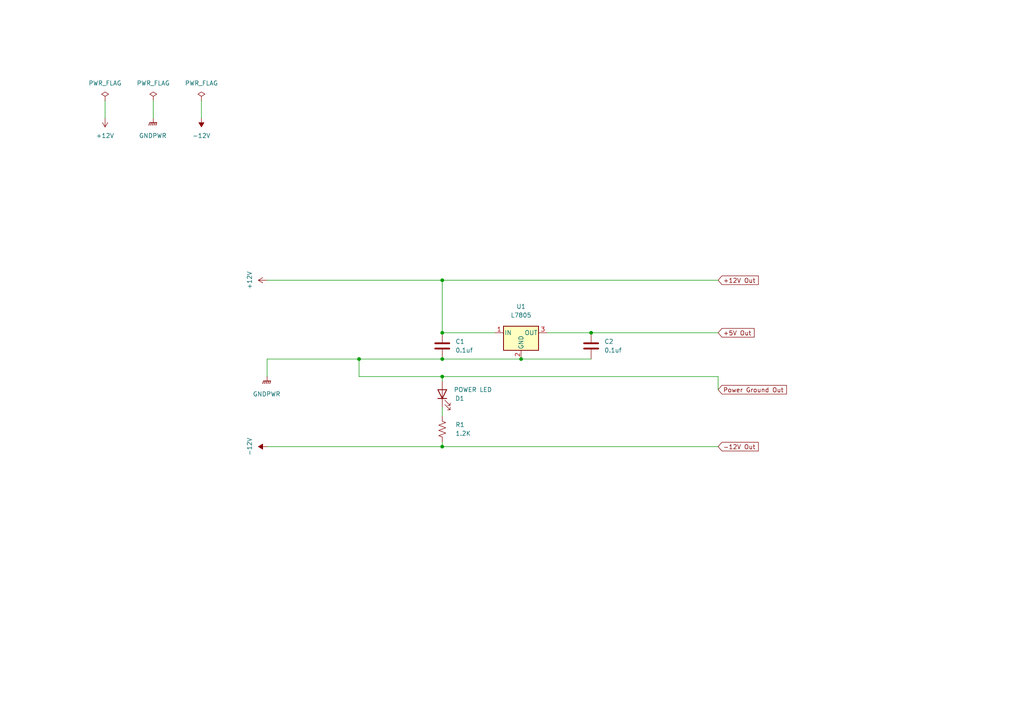
<source format=kicad_sch>
(kicad_sch (version 20211123) (generator eeschema)

  (uuid a1545928-1195-40b9-b3c4-78f837012afb)

  (paper "A4")

  (title_block
    (title "MIDI Box - Source +/-12V Power Supply Board")
    (date "2022-04-02")
    (rev "1.0")
    (company "Clarissa Walker")
    (comment 1 "With +12V/-12V/+5V power supplies, this schematic is not needed.")
    (comment 2 "Use a dual +/-12V power supply setup with this schematic only.")
  )

  (lib_symbols
    (symbol "Device:C" (pin_numbers hide) (pin_names (offset 0.254)) (in_bom yes) (on_board yes)
      (property "Reference" "C" (id 0) (at 0.635 2.54 0)
        (effects (font (size 1.27 1.27)) (justify left))
      )
      (property "Value" "C" (id 1) (at 0.635 -2.54 0)
        (effects (font (size 1.27 1.27)) (justify left))
      )
      (property "Footprint" "" (id 2) (at 0.9652 -3.81 0)
        (effects (font (size 1.27 1.27)) hide)
      )
      (property "Datasheet" "~" (id 3) (at 0 0 0)
        (effects (font (size 1.27 1.27)) hide)
      )
      (property "ki_keywords" "cap capacitor" (id 4) (at 0 0 0)
        (effects (font (size 1.27 1.27)) hide)
      )
      (property "ki_description" "Unpolarized capacitor" (id 5) (at 0 0 0)
        (effects (font (size 1.27 1.27)) hide)
      )
      (property "ki_fp_filters" "C_*" (id 6) (at 0 0 0)
        (effects (font (size 1.27 1.27)) hide)
      )
      (symbol "C_0_1"
        (polyline
          (pts
            (xy -2.032 -0.762)
            (xy 2.032 -0.762)
          )
          (stroke (width 0.508) (type default) (color 0 0 0 0))
          (fill (type none))
        )
        (polyline
          (pts
            (xy -2.032 0.762)
            (xy 2.032 0.762)
          )
          (stroke (width 0.508) (type default) (color 0 0 0 0))
          (fill (type none))
        )
      )
      (symbol "C_1_1"
        (pin passive line (at 0 3.81 270) (length 2.794)
          (name "~" (effects (font (size 1.27 1.27))))
          (number "1" (effects (font (size 1.27 1.27))))
        )
        (pin passive line (at 0 -3.81 90) (length 2.794)
          (name "~" (effects (font (size 1.27 1.27))))
          (number "2" (effects (font (size 1.27 1.27))))
        )
      )
    )
    (symbol "Device:LED" (pin_numbers hide) (pin_names (offset 1.016) hide) (in_bom yes) (on_board yes)
      (property "Reference" "D" (id 0) (at 0 2.54 0)
        (effects (font (size 1.27 1.27)))
      )
      (property "Value" "LED" (id 1) (at 0 -2.54 0)
        (effects (font (size 1.27 1.27)))
      )
      (property "Footprint" "" (id 2) (at 0 0 0)
        (effects (font (size 1.27 1.27)) hide)
      )
      (property "Datasheet" "~" (id 3) (at 0 0 0)
        (effects (font (size 1.27 1.27)) hide)
      )
      (property "ki_keywords" "LED diode" (id 4) (at 0 0 0)
        (effects (font (size 1.27 1.27)) hide)
      )
      (property "ki_description" "Light emitting diode" (id 5) (at 0 0 0)
        (effects (font (size 1.27 1.27)) hide)
      )
      (property "ki_fp_filters" "LED* LED_SMD:* LED_THT:*" (id 6) (at 0 0 0)
        (effects (font (size 1.27 1.27)) hide)
      )
      (symbol "LED_0_1"
        (polyline
          (pts
            (xy -1.27 -1.27)
            (xy -1.27 1.27)
          )
          (stroke (width 0.254) (type default) (color 0 0 0 0))
          (fill (type none))
        )
        (polyline
          (pts
            (xy -1.27 0)
            (xy 1.27 0)
          )
          (stroke (width 0) (type default) (color 0 0 0 0))
          (fill (type none))
        )
        (polyline
          (pts
            (xy 1.27 -1.27)
            (xy 1.27 1.27)
            (xy -1.27 0)
            (xy 1.27 -1.27)
          )
          (stroke (width 0.254) (type default) (color 0 0 0 0))
          (fill (type none))
        )
        (polyline
          (pts
            (xy -3.048 -0.762)
            (xy -4.572 -2.286)
            (xy -3.81 -2.286)
            (xy -4.572 -2.286)
            (xy -4.572 -1.524)
          )
          (stroke (width 0) (type default) (color 0 0 0 0))
          (fill (type none))
        )
        (polyline
          (pts
            (xy -1.778 -0.762)
            (xy -3.302 -2.286)
            (xy -2.54 -2.286)
            (xy -3.302 -2.286)
            (xy -3.302 -1.524)
          )
          (stroke (width 0) (type default) (color 0 0 0 0))
          (fill (type none))
        )
      )
      (symbol "LED_1_1"
        (pin passive line (at -3.81 0 0) (length 2.54)
          (name "K" (effects (font (size 1.27 1.27))))
          (number "1" (effects (font (size 1.27 1.27))))
        )
        (pin passive line (at 3.81 0 180) (length 2.54)
          (name "A" (effects (font (size 1.27 1.27))))
          (number "2" (effects (font (size 1.27 1.27))))
        )
      )
    )
    (symbol "Device:R_US" (pin_numbers hide) (pin_names (offset 0)) (in_bom yes) (on_board yes)
      (property "Reference" "R" (id 0) (at 2.54 0 90)
        (effects (font (size 1.27 1.27)))
      )
      (property "Value" "R_US" (id 1) (at -2.54 0 90)
        (effects (font (size 1.27 1.27)))
      )
      (property "Footprint" "" (id 2) (at 1.016 -0.254 90)
        (effects (font (size 1.27 1.27)) hide)
      )
      (property "Datasheet" "~" (id 3) (at 0 0 0)
        (effects (font (size 1.27 1.27)) hide)
      )
      (property "ki_keywords" "R res resistor" (id 4) (at 0 0 0)
        (effects (font (size 1.27 1.27)) hide)
      )
      (property "ki_description" "Resistor, US symbol" (id 5) (at 0 0 0)
        (effects (font (size 1.27 1.27)) hide)
      )
      (property "ki_fp_filters" "R_*" (id 6) (at 0 0 0)
        (effects (font (size 1.27 1.27)) hide)
      )
      (symbol "R_US_0_1"
        (polyline
          (pts
            (xy 0 -2.286)
            (xy 0 -2.54)
          )
          (stroke (width 0) (type default) (color 0 0 0 0))
          (fill (type none))
        )
        (polyline
          (pts
            (xy 0 2.286)
            (xy 0 2.54)
          )
          (stroke (width 0) (type default) (color 0 0 0 0))
          (fill (type none))
        )
        (polyline
          (pts
            (xy 0 -0.762)
            (xy 1.016 -1.143)
            (xy 0 -1.524)
            (xy -1.016 -1.905)
            (xy 0 -2.286)
          )
          (stroke (width 0) (type default) (color 0 0 0 0))
          (fill (type none))
        )
        (polyline
          (pts
            (xy 0 0.762)
            (xy 1.016 0.381)
            (xy 0 0)
            (xy -1.016 -0.381)
            (xy 0 -0.762)
          )
          (stroke (width 0) (type default) (color 0 0 0 0))
          (fill (type none))
        )
        (polyline
          (pts
            (xy 0 2.286)
            (xy 1.016 1.905)
            (xy 0 1.524)
            (xy -1.016 1.143)
            (xy 0 0.762)
          )
          (stroke (width 0) (type default) (color 0 0 0 0))
          (fill (type none))
        )
      )
      (symbol "R_US_1_1"
        (pin passive line (at 0 3.81 270) (length 1.27)
          (name "~" (effects (font (size 1.27 1.27))))
          (number "1" (effects (font (size 1.27 1.27))))
        )
        (pin passive line (at 0 -3.81 90) (length 1.27)
          (name "~" (effects (font (size 1.27 1.27))))
          (number "2" (effects (font (size 1.27 1.27))))
        )
      )
    )
    (symbol "Regulator_Linear:L7805" (pin_names (offset 0.254)) (in_bom yes) (on_board yes)
      (property "Reference" "U" (id 0) (at -3.81 3.175 0)
        (effects (font (size 1.27 1.27)))
      )
      (property "Value" "L7805" (id 1) (at 0 3.175 0)
        (effects (font (size 1.27 1.27)) (justify left))
      )
      (property "Footprint" "" (id 2) (at 0.635 -3.81 0)
        (effects (font (size 1.27 1.27) italic) (justify left) hide)
      )
      (property "Datasheet" "http://www.st.com/content/ccc/resource/technical/document/datasheet/41/4f/b3/b0/12/d4/47/88/CD00000444.pdf/files/CD00000444.pdf/jcr:content/translations/en.CD00000444.pdf" (id 3) (at 0 -1.27 0)
        (effects (font (size 1.27 1.27)) hide)
      )
      (property "ki_keywords" "Voltage Regulator 1.5A Positive" (id 4) (at 0 0 0)
        (effects (font (size 1.27 1.27)) hide)
      )
      (property "ki_description" "Positive 1.5A 35V Linear Regulator, Fixed Output 5V, TO-220/TO-263/TO-252" (id 5) (at 0 0 0)
        (effects (font (size 1.27 1.27)) hide)
      )
      (property "ki_fp_filters" "TO?252* TO?263* TO?220*" (id 6) (at 0 0 0)
        (effects (font (size 1.27 1.27)) hide)
      )
      (symbol "L7805_0_1"
        (rectangle (start -5.08 1.905) (end 5.08 -5.08)
          (stroke (width 0.254) (type default) (color 0 0 0 0))
          (fill (type background))
        )
      )
      (symbol "L7805_1_1"
        (pin power_in line (at -7.62 0 0) (length 2.54)
          (name "IN" (effects (font (size 1.27 1.27))))
          (number "1" (effects (font (size 1.27 1.27))))
        )
        (pin power_in line (at 0 -7.62 90) (length 2.54)
          (name "GND" (effects (font (size 1.27 1.27))))
          (number "2" (effects (font (size 1.27 1.27))))
        )
        (pin power_out line (at 7.62 0 180) (length 2.54)
          (name "OUT" (effects (font (size 1.27 1.27))))
          (number "3" (effects (font (size 1.27 1.27))))
        )
      )
    )
    (symbol "power:+12V" (power) (pin_names (offset 0)) (in_bom yes) (on_board yes)
      (property "Reference" "#PWR" (id 0) (at 0 -3.81 0)
        (effects (font (size 1.27 1.27)) hide)
      )
      (property "Value" "+12V" (id 1) (at 0 3.556 0)
        (effects (font (size 1.27 1.27)))
      )
      (property "Footprint" "" (id 2) (at 0 0 0)
        (effects (font (size 1.27 1.27)) hide)
      )
      (property "Datasheet" "" (id 3) (at 0 0 0)
        (effects (font (size 1.27 1.27)) hide)
      )
      (property "ki_keywords" "power-flag" (id 4) (at 0 0 0)
        (effects (font (size 1.27 1.27)) hide)
      )
      (property "ki_description" "Power symbol creates a global label with name \"+12V\"" (id 5) (at 0 0 0)
        (effects (font (size 1.27 1.27)) hide)
      )
      (symbol "+12V_0_1"
        (polyline
          (pts
            (xy -0.762 1.27)
            (xy 0 2.54)
          )
          (stroke (width 0) (type default) (color 0 0 0 0))
          (fill (type none))
        )
        (polyline
          (pts
            (xy 0 0)
            (xy 0 2.54)
          )
          (stroke (width 0) (type default) (color 0 0 0 0))
          (fill (type none))
        )
        (polyline
          (pts
            (xy 0 2.54)
            (xy 0.762 1.27)
          )
          (stroke (width 0) (type default) (color 0 0 0 0))
          (fill (type none))
        )
      )
      (symbol "+12V_1_1"
        (pin power_in line (at 0 0 90) (length 0) hide
          (name "+12V" (effects (font (size 1.27 1.27))))
          (number "1" (effects (font (size 1.27 1.27))))
        )
      )
    )
    (symbol "power:-12V" (power) (pin_names (offset 0)) (in_bom yes) (on_board yes)
      (property "Reference" "#PWR" (id 0) (at 0 2.54 0)
        (effects (font (size 1.27 1.27)) hide)
      )
      (property "Value" "-12V" (id 1) (at 0 3.81 0)
        (effects (font (size 1.27 1.27)))
      )
      (property "Footprint" "" (id 2) (at 0 0 0)
        (effects (font (size 1.27 1.27)) hide)
      )
      (property "Datasheet" "" (id 3) (at 0 0 0)
        (effects (font (size 1.27 1.27)) hide)
      )
      (property "ki_keywords" "power-flag" (id 4) (at 0 0 0)
        (effects (font (size 1.27 1.27)) hide)
      )
      (property "ki_description" "Power symbol creates a global label with name \"-12V\"" (id 5) (at 0 0 0)
        (effects (font (size 1.27 1.27)) hide)
      )
      (symbol "-12V_0_0"
        (pin power_in line (at 0 0 90) (length 0) hide
          (name "-12V" (effects (font (size 1.27 1.27))))
          (number "1" (effects (font (size 1.27 1.27))))
        )
      )
      (symbol "-12V_0_1"
        (polyline
          (pts
            (xy 0 0)
            (xy 0 1.27)
            (xy 0.762 1.27)
            (xy 0 2.54)
            (xy -0.762 1.27)
            (xy 0 1.27)
          )
          (stroke (width 0) (type default) (color 0 0 0 0))
          (fill (type outline))
        )
      )
    )
    (symbol "power:GNDPWR" (power) (pin_names (offset 0)) (in_bom yes) (on_board yes)
      (property "Reference" "#PWR" (id 0) (at 0 -5.08 0)
        (effects (font (size 1.27 1.27)) hide)
      )
      (property "Value" "GNDPWR" (id 1) (at 0 -3.302 0)
        (effects (font (size 1.27 1.27)))
      )
      (property "Footprint" "" (id 2) (at 0 -1.27 0)
        (effects (font (size 1.27 1.27)) hide)
      )
      (property "Datasheet" "" (id 3) (at 0 -1.27 0)
        (effects (font (size 1.27 1.27)) hide)
      )
      (property "ki_keywords" "power-flag" (id 4) (at 0 0 0)
        (effects (font (size 1.27 1.27)) hide)
      )
      (property "ki_description" "Power symbol creates a global label with name \"GNDPWR\" , power ground" (id 5) (at 0 0 0)
        (effects (font (size 1.27 1.27)) hide)
      )
      (symbol "GNDPWR_0_1"
        (polyline
          (pts
            (xy 0 -1.27)
            (xy 0 0)
          )
          (stroke (width 0) (type default) (color 0 0 0 0))
          (fill (type none))
        )
        (polyline
          (pts
            (xy -1.016 -1.27)
            (xy -1.27 -2.032)
            (xy -1.27 -2.032)
          )
          (stroke (width 0.2032) (type default) (color 0 0 0 0))
          (fill (type none))
        )
        (polyline
          (pts
            (xy -0.508 -1.27)
            (xy -0.762 -2.032)
            (xy -0.762 -2.032)
          )
          (stroke (width 0.2032) (type default) (color 0 0 0 0))
          (fill (type none))
        )
        (polyline
          (pts
            (xy 0 -1.27)
            (xy -0.254 -2.032)
            (xy -0.254 -2.032)
          )
          (stroke (width 0.2032) (type default) (color 0 0 0 0))
          (fill (type none))
        )
        (polyline
          (pts
            (xy 0.508 -1.27)
            (xy 0.254 -2.032)
            (xy 0.254 -2.032)
          )
          (stroke (width 0.2032) (type default) (color 0 0 0 0))
          (fill (type none))
        )
        (polyline
          (pts
            (xy 1.016 -1.27)
            (xy -1.016 -1.27)
            (xy -1.016 -1.27)
          )
          (stroke (width 0.2032) (type default) (color 0 0 0 0))
          (fill (type none))
        )
        (polyline
          (pts
            (xy 1.016 -1.27)
            (xy 0.762 -2.032)
            (xy 0.762 -2.032)
            (xy 0.762 -2.032)
          )
          (stroke (width 0.2032) (type default) (color 0 0 0 0))
          (fill (type none))
        )
      )
      (symbol "GNDPWR_1_1"
        (pin power_in line (at 0 0 270) (length 0) hide
          (name "GNDPWR" (effects (font (size 1.27 1.27))))
          (number "1" (effects (font (size 1.27 1.27))))
        )
      )
    )
    (symbol "power:PWR_FLAG" (power) (pin_numbers hide) (pin_names (offset 0) hide) (in_bom yes) (on_board yes)
      (property "Reference" "#FLG" (id 0) (at 0 1.905 0)
        (effects (font (size 1.27 1.27)) hide)
      )
      (property "Value" "PWR_FLAG" (id 1) (at 0 3.81 0)
        (effects (font (size 1.27 1.27)))
      )
      (property "Footprint" "" (id 2) (at 0 0 0)
        (effects (font (size 1.27 1.27)) hide)
      )
      (property "Datasheet" "~" (id 3) (at 0 0 0)
        (effects (font (size 1.27 1.27)) hide)
      )
      (property "ki_keywords" "power-flag" (id 4) (at 0 0 0)
        (effects (font (size 1.27 1.27)) hide)
      )
      (property "ki_description" "Special symbol for telling ERC where power comes from" (id 5) (at 0 0 0)
        (effects (font (size 1.27 1.27)) hide)
      )
      (symbol "PWR_FLAG_0_0"
        (pin power_out line (at 0 0 90) (length 0)
          (name "pwr" (effects (font (size 1.27 1.27))))
          (number "1" (effects (font (size 1.27 1.27))))
        )
      )
      (symbol "PWR_FLAG_0_1"
        (polyline
          (pts
            (xy 0 0)
            (xy 0 1.27)
            (xy -1.016 1.905)
            (xy 0 2.54)
            (xy 1.016 1.905)
            (xy 0 1.27)
          )
          (stroke (width 0) (type default) (color 0 0 0 0))
          (fill (type none))
        )
      )
    )
  )

  (junction (at 171.45 96.52) (diameter 0) (color 0 0 0 0)
    (uuid 5daf8306-e0c9-4125-bd26-bafe74bbf113)
  )
  (junction (at 128.27 104.14) (diameter 0) (color 0 0 0 0)
    (uuid 645d2b8b-fb3e-4a76-8a47-963390c40a65)
  )
  (junction (at 128.27 81.28) (diameter 0) (color 0 0 0 0)
    (uuid 6d0a0df4-2578-4225-9005-e9ad75124ccb)
  )
  (junction (at 104.14 104.14) (diameter 0) (color 0 0 0 0)
    (uuid 73bd8df6-e2b4-4737-82b1-11f13ec3a90c)
  )
  (junction (at 128.27 109.22) (diameter 0) (color 0 0 0 0)
    (uuid 7919e0fd-55a6-4fd5-81e5-42a6f9de2fad)
  )
  (junction (at 151.13 104.14) (diameter 0) (color 0 0 0 0)
    (uuid e5d85871-9ee2-491a-bb59-a3242400eca4)
  )
  (junction (at 128.27 129.54) (diameter 0) (color 0 0 0 0)
    (uuid f399ec2f-7e50-40ad-bf98-82a49b97420f)
  )
  (junction (at 128.27 96.52) (diameter 0) (color 0 0 0 0)
    (uuid fc981f3a-9777-4bab-aaa8-1bcdd77d2db4)
  )

  (wire (pts (xy 104.14 109.22) (xy 128.27 109.22))
    (stroke (width 0) (type default) (color 0 0 0 0))
    (uuid 0b0480af-4ec4-4017-b918-5d4bc30647e2)
  )
  (wire (pts (xy 208.28 109.22) (xy 128.27 109.22))
    (stroke (width 0) (type default) (color 0 0 0 0))
    (uuid 0c7f8ff0-dde6-4ea6-9315-a7de5b635fb3)
  )
  (wire (pts (xy 104.14 104.14) (xy 128.27 104.14))
    (stroke (width 0) (type default) (color 0 0 0 0))
    (uuid 243807f8-b87c-494b-b945-dbd0b8aef2db)
  )
  (wire (pts (xy 104.14 109.22) (xy 104.14 104.14))
    (stroke (width 0) (type default) (color 0 0 0 0))
    (uuid 35bf006d-decb-4cf1-b6dd-099f97f69adf)
  )
  (wire (pts (xy 128.27 81.28) (xy 128.27 96.52))
    (stroke (width 0) (type default) (color 0 0 0 0))
    (uuid 38f3b099-7a5b-4919-8012-a326380b936f)
  )
  (wire (pts (xy 128.27 104.14) (xy 151.13 104.14))
    (stroke (width 0) (type default) (color 0 0 0 0))
    (uuid 3de5e82a-8f24-4615-acdd-451d140f4fac)
  )
  (wire (pts (xy 77.47 109.22) (xy 77.47 104.14))
    (stroke (width 0) (type default) (color 0 0 0 0))
    (uuid 50fe0eab-0df1-4a88-9f41-0cad3b9c6abd)
  )
  (wire (pts (xy 128.27 129.54) (xy 208.28 129.54))
    (stroke (width 0) (type default) (color 0 0 0 0))
    (uuid 5e7824a9-0072-4fb4-a97e-86401588ad3a)
  )
  (wire (pts (xy 158.75 96.52) (xy 171.45 96.52))
    (stroke (width 0) (type default) (color 0 0 0 0))
    (uuid 8f5f33f5-bf10-45cb-855e-2741b056cb97)
  )
  (wire (pts (xy 77.47 129.54) (xy 128.27 129.54))
    (stroke (width 0) (type default) (color 0 0 0 0))
    (uuid 98816f49-d74e-4220-9efd-99b4e7866d16)
  )
  (wire (pts (xy 44.45 29.21) (xy 44.45 34.29))
    (stroke (width 0) (type default) (color 0 0 0 0))
    (uuid a0de89f7-b716-497e-a929-f524a5708146)
  )
  (wire (pts (xy 128.27 96.52) (xy 143.51 96.52))
    (stroke (width 0) (type default) (color 0 0 0 0))
    (uuid b0888c3e-b993-4e6c-b27b-56c38b47153a)
  )
  (wire (pts (xy 128.27 128.27) (xy 128.27 129.54))
    (stroke (width 0) (type default) (color 0 0 0 0))
    (uuid b16e62b7-c189-4925-a7d8-c3f582b5bdec)
  )
  (wire (pts (xy 77.47 104.14) (xy 104.14 104.14))
    (stroke (width 0) (type default) (color 0 0 0 0))
    (uuid b4f85f2e-4c43-4399-8a8d-b41c6e294c12)
  )
  (wire (pts (xy 128.27 81.28) (xy 208.28 81.28))
    (stroke (width 0) (type default) (color 0 0 0 0))
    (uuid b6db36fe-a9fc-4a0c-87ed-a4ee213a1cd5)
  )
  (wire (pts (xy 151.13 104.14) (xy 171.45 104.14))
    (stroke (width 0) (type default) (color 0 0 0 0))
    (uuid bacb23ed-02ef-4a18-9cba-e4e3785252a9)
  )
  (wire (pts (xy 171.45 96.52) (xy 208.28 96.52))
    (stroke (width 0) (type default) (color 0 0 0 0))
    (uuid bb7099cc-c520-40fe-903c-e741435320c7)
  )
  (wire (pts (xy 128.27 110.49) (xy 128.27 109.22))
    (stroke (width 0) (type default) (color 0 0 0 0))
    (uuid c5fd5148-1202-4ba5-8acb-fce1b0aeee96)
  )
  (wire (pts (xy 30.48 29.21) (xy 30.48 34.29))
    (stroke (width 0) (type default) (color 0 0 0 0))
    (uuid c68f413c-45e2-4d59-af52-0279880ff779)
  )
  (wire (pts (xy 208.28 113.03) (xy 208.28 109.22))
    (stroke (width 0) (type default) (color 0 0 0 0))
    (uuid c7dee11d-e23e-4a55-8455-4f16855342fd)
  )
  (wire (pts (xy 128.27 118.11) (xy 128.27 120.65))
    (stroke (width 0) (type default) (color 0 0 0 0))
    (uuid d3d516fb-9dbf-45f4-adac-a738bb853867)
  )
  (wire (pts (xy 58.42 29.21) (xy 58.42 34.29))
    (stroke (width 0) (type default) (color 0 0 0 0))
    (uuid d6b92832-117f-4f59-aaf6-0717883ff45d)
  )
  (wire (pts (xy 77.47 81.28) (xy 128.27 81.28))
    (stroke (width 0) (type default) (color 0 0 0 0))
    (uuid dff2f9cd-43e4-415a-a5c5-a92500251e13)
  )

  (global_label "+5V Out" (shape input) (at 208.28 96.52 0) (fields_autoplaced)
    (effects (font (size 1.27 1.27)) (justify left))
    (uuid 08b01e58-9aff-4dd3-bbb7-42e6141d3828)
    (property "Intersheet References" "${INTERSHEET_REFS}" (id 0) (at 218.7364 96.4406 0)
      (effects (font (size 1.27 1.27)) (justify left) hide)
    )
  )
  (global_label "-12V Out" (shape input) (at 208.28 129.54 0) (fields_autoplaced)
    (effects (font (size 1.27 1.27)) (justify left))
    (uuid 98dc3fe2-6e08-47d0-8cdd-74ee2570c682)
    (property "Intersheet References" "${INTERSHEET_REFS}" (id 0) (at 219.946 129.4606 0)
      (effects (font (size 1.27 1.27)) (justify left) hide)
    )
  )
  (global_label "+12V Out" (shape input) (at 208.28 81.28 0) (fields_autoplaced)
    (effects (font (size 1.27 1.27)) (justify left))
    (uuid ba9013c3-bc87-4ab2-98c6-946d587d2f22)
    (property "Intersheet References" "${INTERSHEET_REFS}" (id 0) (at 219.946 81.2006 0)
      (effects (font (size 1.27 1.27)) (justify left) hide)
    )
  )
  (global_label "Power Ground Out" (shape input) (at 208.28 113.03 0) (fields_autoplaced)
    (effects (font (size 1.27 1.27)) (justify left))
    (uuid caeec50e-001b-4094-b148-a5858462c97c)
    (property "Intersheet References" "${INTERSHEET_REFS}" (id 0) (at 228.1102 112.9506 0)
      (effects (font (size 1.27 1.27)) (justify left) hide)
    )
  )

  (symbol (lib_id "power:+12V") (at 30.48 34.29 180) (unit 1)
    (in_bom yes) (on_board yes) (fields_autoplaced)
    (uuid 0b79ea8c-6abc-4d04-931a-b59aac199676)
    (property "Reference" "#PWR0104" (id 0) (at 30.48 30.48 0)
      (effects (font (size 1.27 1.27)) hide)
    )
    (property "Value" "+12V" (id 1) (at 30.48 39.37 0))
    (property "Footprint" "" (id 2) (at 30.48 34.29 0)
      (effects (font (size 1.27 1.27)) hide)
    )
    (property "Datasheet" "" (id 3) (at 30.48 34.29 0)
      (effects (font (size 1.27 1.27)) hide)
    )
    (pin "1" (uuid c7867603-87ce-4dcc-8a31-cf309af1af18))
  )

  (symbol (lib_id "power:-12V") (at 77.47 129.54 90) (unit 1)
    (in_bom yes) (on_board yes) (fields_autoplaced)
    (uuid 3edeff03-b1d3-489e-baaa-5e619c270ccf)
    (property "Reference" "#PWR0106" (id 0) (at 74.93 129.54 0)
      (effects (font (size 1.27 1.27)) hide)
    )
    (property "Value" "-12V" (id 1) (at 72.39 129.54 0))
    (property "Footprint" "" (id 2) (at 77.47 129.54 0)
      (effects (font (size 1.27 1.27)) hide)
    )
    (property "Datasheet" "" (id 3) (at 77.47 129.54 0)
      (effects (font (size 1.27 1.27)) hide)
    )
    (pin "1" (uuid 20bc322b-ee23-4ae6-ad1c-fdd2be5ae8e1))
  )

  (symbol (lib_id "power:GNDPWR") (at 77.47 109.22 0) (unit 1)
    (in_bom yes) (on_board yes) (fields_autoplaced)
    (uuid 46d408fa-dd49-4762-9c6e-4858cc3099bc)
    (property "Reference" "#PWR0105" (id 0) (at 77.47 114.3 0)
      (effects (font (size 1.27 1.27)) hide)
    )
    (property "Value" "GNDPWR" (id 1) (at 77.343 114.3 0))
    (property "Footprint" "" (id 2) (at 77.47 110.49 0)
      (effects (font (size 1.27 1.27)) hide)
    )
    (property "Datasheet" "" (id 3) (at 77.47 110.49 0)
      (effects (font (size 1.27 1.27)) hide)
    )
    (pin "1" (uuid 0cdebb81-7707-4273-b91b-84c97256655a))
  )

  (symbol (lib_id "power:GNDPWR") (at 44.45 34.29 0) (unit 1)
    (in_bom yes) (on_board yes) (fields_autoplaced)
    (uuid 553439fb-3be9-4b69-bc56-82135f1f44b5)
    (property "Reference" "#PWR0102" (id 0) (at 44.45 39.37 0)
      (effects (font (size 1.27 1.27)) hide)
    )
    (property "Value" "GNDPWR" (id 1) (at 44.323 39.37 0))
    (property "Footprint" "" (id 2) (at 44.45 35.56 0)
      (effects (font (size 1.27 1.27)) hide)
    )
    (property "Datasheet" "" (id 3) (at 44.45 35.56 0)
      (effects (font (size 1.27 1.27)) hide)
    )
    (pin "1" (uuid d255d13e-12a3-4750-a517-601621d95403))
  )

  (symbol (lib_id "power:PWR_FLAG") (at 58.42 29.21 0) (unit 1)
    (in_bom yes) (on_board yes) (fields_autoplaced)
    (uuid 6b2799e6-ae08-4388-a66e-4e700572d773)
    (property "Reference" "#FLG0101" (id 0) (at 58.42 27.305 0)
      (effects (font (size 1.27 1.27)) hide)
    )
    (property "Value" "PWR_FLAG" (id 1) (at 58.42 24.13 0))
    (property "Footprint" "" (id 2) (at 58.42 29.21 0)
      (effects (font (size 1.27 1.27)) hide)
    )
    (property "Datasheet" "~" (id 3) (at 58.42 29.21 0)
      (effects (font (size 1.27 1.27)) hide)
    )
    (pin "1" (uuid fb7effeb-e0e1-4c99-ab37-02323a18109d))
  )

  (symbol (lib_id "Device:C") (at 128.27 100.33 0) (unit 1)
    (in_bom yes) (on_board yes)
    (uuid 7c9ae737-f151-4cc3-aa7c-8c2d4bbe525f)
    (property "Reference" "C1" (id 0) (at 132.08 99.0599 0)
      (effects (font (size 1.27 1.27)) (justify left))
    )
    (property "Value" "0.1uf" (id 1) (at 132.08 101.5999 0)
      (effects (font (size 1.27 1.27)) (justify left))
    )
    (property "Footprint" "" (id 2) (at 129.2352 104.14 0)
      (effects (font (size 1.27 1.27)) hide)
    )
    (property "Datasheet" "~" (id 3) (at 128.27 100.33 0)
      (effects (font (size 1.27 1.27)) hide)
    )
    (pin "1" (uuid e5d5ed8c-4691-4564-b6ef-13c1968f3a42))
    (pin "2" (uuid fc2c912f-1099-4e4c-b107-d14a9c8f3646))
  )

  (symbol (lib_id "Device:C") (at 171.45 100.33 0) (unit 1)
    (in_bom yes) (on_board yes)
    (uuid 806ddbf8-19a7-4c1a-b49e-f75fd7281223)
    (property "Reference" "C2" (id 0) (at 175.26 99.0599 0)
      (effects (font (size 1.27 1.27)) (justify left))
    )
    (property "Value" "0.1uf" (id 1) (at 175.26 101.5999 0)
      (effects (font (size 1.27 1.27)) (justify left))
    )
    (property "Footprint" "" (id 2) (at 172.4152 104.14 0)
      (effects (font (size 1.27 1.27)) hide)
    )
    (property "Datasheet" "~" (id 3) (at 171.45 100.33 0)
      (effects (font (size 1.27 1.27)) hide)
    )
    (pin "1" (uuid d9ffa29d-70ca-4ae2-8838-4ad731d8efce))
    (pin "2" (uuid 22800718-21a1-4d16-a6ef-62ea4e1a25d2))
  )

  (symbol (lib_id "Regulator_Linear:L7805") (at 151.13 96.52 0) (unit 1)
    (in_bom yes) (on_board yes) (fields_autoplaced)
    (uuid 8628be1c-a527-47b4-9f81-339c59c51c43)
    (property "Reference" "U1" (id 0) (at 151.13 88.9 0))
    (property "Value" "L7805" (id 1) (at 151.13 91.44 0))
    (property "Footprint" "" (id 2) (at 151.765 100.33 0)
      (effects (font (size 1.27 1.27) italic) (justify left) hide)
    )
    (property "Datasheet" "http://www.st.com/content/ccc/resource/technical/document/datasheet/41/4f/b3/b0/12/d4/47/88/CD00000444.pdf/files/CD00000444.pdf/jcr:content/translations/en.CD00000444.pdf" (id 3) (at 151.13 97.79 0)
      (effects (font (size 1.27 1.27)) hide)
    )
    (pin "1" (uuid ff421d27-8c87-454d-8b04-67800ae59f18))
    (pin "2" (uuid fad468d2-9036-4024-8b69-088056b4a2a2))
    (pin "3" (uuid 54d447ed-ecb0-4641-8563-09c9efa7df49))
  )

  (symbol (lib_id "power:+12V") (at 77.47 81.28 90) (unit 1)
    (in_bom yes) (on_board yes) (fields_autoplaced)
    (uuid 87ba184f-bff5-4989-8217-6af375cc3dd8)
    (property "Reference" "#PWR0103" (id 0) (at 81.28 81.28 0)
      (effects (font (size 1.27 1.27)) hide)
    )
    (property "Value" "+12V" (id 1) (at 72.39 81.28 0))
    (property "Footprint" "" (id 2) (at 77.47 81.28 0)
      (effects (font (size 1.27 1.27)) hide)
    )
    (property "Datasheet" "" (id 3) (at 77.47 81.28 0)
      (effects (font (size 1.27 1.27)) hide)
    )
    (pin "1" (uuid 74855e0d-40e4-4940-a544-edae9207b2ea))
  )

  (symbol (lib_id "power:PWR_FLAG") (at 44.45 29.21 0) (unit 1)
    (in_bom yes) (on_board yes) (fields_autoplaced)
    (uuid a3945412-5a15-4ca9-859e-04a6861510a3)
    (property "Reference" "#FLG0102" (id 0) (at 44.45 27.305 0)
      (effects (font (size 1.27 1.27)) hide)
    )
    (property "Value" "PWR_FLAG" (id 1) (at 44.45 24.13 0))
    (property "Footprint" "" (id 2) (at 44.45 29.21 0)
      (effects (font (size 1.27 1.27)) hide)
    )
    (property "Datasheet" "~" (id 3) (at 44.45 29.21 0)
      (effects (font (size 1.27 1.27)) hide)
    )
    (pin "1" (uuid cb6d7e38-701c-4a52-89eb-1c7b4858574d))
  )

  (symbol (lib_id "Device:LED") (at 128.27 114.3 90) (unit 1)
    (in_bom yes) (on_board yes)
    (uuid aa12b1e0-1749-47fe-b337-2910a4def14f)
    (property "Reference" "D1" (id 0) (at 133.35 115.57 90))
    (property "Value" "POWER LED" (id 1) (at 137.16 113.03 90))
    (property "Footprint" "" (id 2) (at 128.27 114.3 0)
      (effects (font (size 1.27 1.27)) hide)
    )
    (property "Datasheet" "~" (id 3) (at 128.27 114.3 0)
      (effects (font (size 1.27 1.27)) hide)
    )
    (pin "1" (uuid b88ee5c0-a4dd-4715-a33c-a42b4cd7edeb))
    (pin "2" (uuid 530fb527-b1e0-4203-8f1a-2feb7081aa15))
  )

  (symbol (lib_id "power:PWR_FLAG") (at 30.48 29.21 0) (unit 1)
    (in_bom yes) (on_board yes)
    (uuid b599e687-4d70-4b51-a301-061235f291a1)
    (property "Reference" "#FLG0103" (id 0) (at 30.48 27.305 0)
      (effects (font (size 1.27 1.27)) hide)
    )
    (property "Value" "PWR_FLAG" (id 1) (at 30.48 24.13 0))
    (property "Footprint" "" (id 2) (at 30.48 29.21 0)
      (effects (font (size 1.27 1.27)) hide)
    )
    (property "Datasheet" "~" (id 3) (at 30.48 29.21 0)
      (effects (font (size 1.27 1.27)) hide)
    )
    (pin "1" (uuid c2e1016c-6b5f-4f9c-b014-df8195898182))
  )

  (symbol (lib_id "Device:R_US") (at 128.27 124.46 0) (unit 1)
    (in_bom yes) (on_board yes)
    (uuid d3eb3aa1-b4f9-402f-b54b-395c9cda8304)
    (property "Reference" "R1" (id 0) (at 132.08 123.19 0)
      (effects (font (size 1.27 1.27)) (justify left))
    )
    (property "Value" "1.2K" (id 1) (at 132.08 125.73 0)
      (effects (font (size 1.27 1.27)) (justify left))
    )
    (property "Footprint" "" (id 2) (at 129.286 124.714 90)
      (effects (font (size 1.27 1.27)) hide)
    )
    (property "Datasheet" "~" (id 3) (at 128.27 124.46 0)
      (effects (font (size 1.27 1.27)) hide)
    )
    (pin "1" (uuid f57de093-c5a7-454f-9b27-98057cee1693))
    (pin "2" (uuid fe6d57c2-7592-4408-bcd2-394953541313))
  )

  (symbol (lib_id "power:-12V") (at 58.42 34.29 180) (unit 1)
    (in_bom yes) (on_board yes) (fields_autoplaced)
    (uuid d40122d9-1277-471f-a8bc-a722f1be4409)
    (property "Reference" "#PWR0101" (id 0) (at 58.42 36.83 0)
      (effects (font (size 1.27 1.27)) hide)
    )
    (property "Value" "-12V" (id 1) (at 58.42 39.37 0))
    (property "Footprint" "" (id 2) (at 58.42 34.29 0)
      (effects (font (size 1.27 1.27)) hide)
    )
    (property "Datasheet" "" (id 3) (at 58.42 34.29 0)
      (effects (font (size 1.27 1.27)) hide)
    )
    (pin "1" (uuid d8780330-43e9-460c-8c49-5e58970c42d4))
  )

  (sheet_instances
    (path "/" (page "1"))
  )

  (symbol_instances
    (path "/6b2799e6-ae08-4388-a66e-4e700572d773"
      (reference "#FLG0101") (unit 1) (value "PWR_FLAG") (footprint "")
    )
    (path "/a3945412-5a15-4ca9-859e-04a6861510a3"
      (reference "#FLG0102") (unit 1) (value "PWR_FLAG") (footprint "")
    )
    (path "/b599e687-4d70-4b51-a301-061235f291a1"
      (reference "#FLG0103") (unit 1) (value "PWR_FLAG") (footprint "")
    )
    (path "/d40122d9-1277-471f-a8bc-a722f1be4409"
      (reference "#PWR0101") (unit 1) (value "-12V") (footprint "")
    )
    (path "/553439fb-3be9-4b69-bc56-82135f1f44b5"
      (reference "#PWR0102") (unit 1) (value "GNDPWR") (footprint "")
    )
    (path "/87ba184f-bff5-4989-8217-6af375cc3dd8"
      (reference "#PWR0103") (unit 1) (value "+12V") (footprint "")
    )
    (path "/0b79ea8c-6abc-4d04-931a-b59aac199676"
      (reference "#PWR0104") (unit 1) (value "+12V") (footprint "")
    )
    (path "/46d408fa-dd49-4762-9c6e-4858cc3099bc"
      (reference "#PWR0105") (unit 1) (value "GNDPWR") (footprint "")
    )
    (path "/3edeff03-b1d3-489e-baaa-5e619c270ccf"
      (reference "#PWR0106") (unit 1) (value "-12V") (footprint "")
    )
    (path "/7c9ae737-f151-4cc3-aa7c-8c2d4bbe525f"
      (reference "C1") (unit 1) (value "0.1uf") (footprint "")
    )
    (path "/806ddbf8-19a7-4c1a-b49e-f75fd7281223"
      (reference "C2") (unit 1) (value "0.1uf") (footprint "")
    )
    (path "/aa12b1e0-1749-47fe-b337-2910a4def14f"
      (reference "D1") (unit 1) (value "POWER LED") (footprint "")
    )
    (path "/d3eb3aa1-b4f9-402f-b54b-395c9cda8304"
      (reference "R1") (unit 1) (value "1.2K") (footprint "")
    )
    (path "/8628be1c-a527-47b4-9f81-339c59c51c43"
      (reference "U1") (unit 1) (value "L7805") (footprint "")
    )
  )
)

</source>
